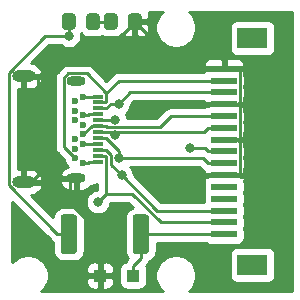
<source format=gbr>
%TF.GenerationSoftware,KiCad,Pcbnew,(5.1.7)-1*%
%TF.CreationDate,2021-02-12T20:28:04+00:00*%
%TF.ProjectId,Small Camera Adapter,536d616c-6c20-4436-916d-657261204164,rev?*%
%TF.SameCoordinates,Original*%
%TF.FileFunction,Copper,L1,Top*%
%TF.FilePolarity,Positive*%
%FSLAX46Y46*%
G04 Gerber Fmt 4.6, Leading zero omitted, Abs format (unit mm)*
G04 Created by KiCad (PCBNEW (5.1.7)-1) date 2021-02-12 20:28:04*
%MOMM*%
%LPD*%
G01*
G04 APERTURE LIST*
%TA.AperFunction,SMDPad,CuDef*%
%ADD10R,2.200000X0.600000*%
%TD*%
%TA.AperFunction,SMDPad,CuDef*%
%ADD11R,2.600000X1.800000*%
%TD*%
%TA.AperFunction,SMDPad,CuDef*%
%ADD12R,1.100000X1.100000*%
%TD*%
%TA.AperFunction,ComponentPad*%
%ADD13O,2.000000X1.000000*%
%TD*%
%TA.AperFunction,ComponentPad*%
%ADD14O,1.600000X0.800000*%
%TD*%
%TA.AperFunction,ComponentPad*%
%ADD15C,0.600000*%
%TD*%
%TA.AperFunction,SMDPad,CuDef*%
%ADD16R,0.900000X0.300000*%
%TD*%
%TA.AperFunction,ViaPad*%
%ADD17C,0.800000*%
%TD*%
%TA.AperFunction,Conductor*%
%ADD18C,0.250000*%
%TD*%
%TA.AperFunction,Conductor*%
%ADD19C,0.254000*%
%TD*%
%TA.AperFunction,Conductor*%
%ADD20C,0.100000*%
%TD*%
G04 APERTURE END LIST*
D10*
%TO.P,J1,5*%
%TO.N,CAMERAGPIO*%
X171100000Y-66000000D03*
%TO.P,J1,4*%
%TO.N,Net-(J1-Pad4)*%
X171100000Y-67000000D03*
%TO.P,J1,6*%
%TO.N,GND*%
X171100000Y-65000000D03*
%TO.P,J1,3*%
%TO.N,CAMERASCL*%
X171100000Y-68000000D03*
D11*
%TO.P,J1,Z2*%
%TO.N,N/C*%
X173500000Y-53400000D03*
%TO.P,J1,Z1*%
X173500000Y-72600000D03*
D10*
%TO.P,J1,2*%
%TO.N,CAMERASDA*%
X171100000Y-69000000D03*
%TO.P,J1,1*%
%TO.N,3.3VProtected*%
X171100000Y-70000000D03*
%TO.P,J1,7*%
%TO.N,CAMERACP*%
X171100000Y-64000000D03*
%TO.P,J1,8*%
%TO.N,CAMERACN*%
X171100000Y-63000000D03*
%TO.P,J1,9*%
%TO.N,GND*%
X171100000Y-62000000D03*
%TO.P,J1,10*%
%TO.N,CAMERADP1*%
X171100000Y-61000000D03*
%TO.P,J1,11*%
%TO.N,CAMERADN1*%
X171100000Y-60000000D03*
%TO.P,J1,12*%
%TO.N,GND*%
X171100000Y-59000000D03*
%TO.P,J1,13*%
%TO.N,CAMERADP0*%
X171100000Y-58000000D03*
%TO.P,J1,14*%
%TO.N,CAMERADN0*%
X171100000Y-57000000D03*
%TO.P,J1,15*%
%TO.N,GND*%
X171100000Y-56000000D03*
%TD*%
%TO.P,D1,1*%
%TO.N,GND*%
%TA.AperFunction,SMDPad,CuDef*%
G36*
G01*
X164125000Y-51549999D02*
X164125000Y-52450001D01*
G75*
G02*
X163875001Y-52700000I-249999J0D01*
G01*
X163224999Y-52700000D01*
G75*
G02*
X162975000Y-52450001I0J249999D01*
G01*
X162975000Y-51549999D01*
G75*
G02*
X163224999Y-51300000I249999J0D01*
G01*
X163875001Y-51300000D01*
G75*
G02*
X164125000Y-51549999I0J-249999D01*
G01*
G37*
%TD.AperFunction*%
%TO.P,D1,2*%
%TO.N,Net-(D1-Pad2)*%
%TA.AperFunction,SMDPad,CuDef*%
G36*
G01*
X162075000Y-51549999D02*
X162075000Y-52450001D01*
G75*
G02*
X161825001Y-52700000I-249999J0D01*
G01*
X161174999Y-52700000D01*
G75*
G02*
X160925000Y-52450001I0J249999D01*
G01*
X160925000Y-51549999D01*
G75*
G02*
X161174999Y-51300000I249999J0D01*
G01*
X161825001Y-51300000D01*
G75*
G02*
X162075000Y-51549999I0J-249999D01*
G01*
G37*
%TD.AperFunction*%
%TD*%
D12*
%TO.P,D2,1*%
%TO.N,3.3VProtected*%
X163400000Y-73500000D03*
%TO.P,D2,2*%
%TO.N,GND*%
X160600000Y-73500000D03*
%TD*%
%TO.P,R1,1*%
%TO.N,3.3VProtected*%
%TA.AperFunction,SMDPad,CuDef*%
G36*
G01*
X164750000Y-68574999D02*
X164750000Y-71425001D01*
G75*
G02*
X164500001Y-71675000I-249999J0D01*
G01*
X163599999Y-71675000D01*
G75*
G02*
X163350000Y-71425001I0J249999D01*
G01*
X163350000Y-68574999D01*
G75*
G02*
X163599999Y-68325000I249999J0D01*
G01*
X164500001Y-68325000D01*
G75*
G02*
X164750000Y-68574999I0J-249999D01*
G01*
G37*
%TD.AperFunction*%
%TO.P,R1,2*%
%TO.N,+3V3*%
%TA.AperFunction,SMDPad,CuDef*%
G36*
G01*
X158650000Y-68574999D02*
X158650000Y-71425001D01*
G75*
G02*
X158400001Y-71675000I-249999J0D01*
G01*
X157499999Y-71675000D01*
G75*
G02*
X157250000Y-71425001I0J249999D01*
G01*
X157250000Y-68574999D01*
G75*
G02*
X157499999Y-68325000I249999J0D01*
G01*
X158400001Y-68325000D01*
G75*
G02*
X158650000Y-68574999I0J-249999D01*
G01*
G37*
%TD.AperFunction*%
%TD*%
%TO.P,R2,1*%
%TO.N,+3V3*%
%TA.AperFunction,SMDPad,CuDef*%
G36*
G01*
X157375000Y-52450001D02*
X157375000Y-51549999D01*
G75*
G02*
X157624999Y-51300000I249999J0D01*
G01*
X158275001Y-51300000D01*
G75*
G02*
X158525000Y-51549999I0J-249999D01*
G01*
X158525000Y-52450001D01*
G75*
G02*
X158275001Y-52700000I-249999J0D01*
G01*
X157624999Y-52700000D01*
G75*
G02*
X157375000Y-52450001I0J249999D01*
G01*
G37*
%TD.AperFunction*%
%TO.P,R2,2*%
%TO.N,Net-(D1-Pad2)*%
%TA.AperFunction,SMDPad,CuDef*%
G36*
G01*
X159425000Y-52450001D02*
X159425000Y-51549999D01*
G75*
G02*
X159674999Y-51300000I249999J0D01*
G01*
X160325001Y-51300000D01*
G75*
G02*
X160575000Y-51549999I0J-249999D01*
G01*
X160575000Y-52450001D01*
G75*
G02*
X160325001Y-52700000I-249999J0D01*
G01*
X159674999Y-52700000D01*
G75*
G02*
X159425000Y-52450001I0J249999D01*
G01*
G37*
%TD.AperFunction*%
%TD*%
D13*
%TO.P,J2,S4*%
%TO.N,GND*%
X154125000Y-65590000D03*
%TO.P,J2,S3*%
X154125000Y-56610000D03*
D14*
%TO.P,J2,S2*%
X158575000Y-65280000D03*
%TO.P,J2,S1*%
X158575000Y-57020000D03*
D15*
%TO.P,J2,B12*%
X159175000Y-58350000D03*
%TO.P,J2,B11*%
%TO.N,CAMERASDA*%
X158475000Y-58750000D03*
%TO.P,J2,B10*%
%TO.N,CAMERASCL*%
X158475000Y-59550000D03*
%TO.P,J2,B9*%
%TO.N,+3V3*%
X159175000Y-59950000D03*
%TO.P,J2,B8*%
%TO.N,CAMERACP*%
X158475000Y-60350000D03*
%TO.P,J2,B7*%
%TO.N,CAMERADP1*%
X159175000Y-60750000D03*
%TO.P,J2,B6*%
%TO.N,CAMERADN1*%
X159175000Y-61550000D03*
%TO.P,J2,B5*%
%TO.N,CAMERACN*%
X158475000Y-61950000D03*
%TO.P,J2,B4*%
%TO.N,+3V3*%
X159175000Y-62350000D03*
%TO.P,J2,B3*%
%TO.N,CAMERADP0*%
X158475000Y-62750000D03*
%TO.P,J2,B2*%
%TO.N,CAMERADN0*%
X158475000Y-63550000D03*
%TO.P,J2,B1*%
%TO.N,GND*%
X159175000Y-63950000D03*
D16*
%TO.P,J2,A12*%
X160385000Y-63850000D03*
%TO.P,J2,A11*%
%TO.N,CAMERASDA*%
X160385000Y-63350000D03*
%TO.P,J2,A10*%
%TO.N,CAMERASCL*%
X160385000Y-62850000D03*
%TO.P,J2,A9*%
%TO.N,+3V3*%
X160385000Y-62350000D03*
%TO.P,J2,A8*%
%TO.N,CAMERACP*%
X160385000Y-61850000D03*
%TO.P,J2,A7*%
%TO.N,CAMERADP1*%
X160385000Y-61350000D03*
%TO.P,J2,A6*%
%TO.N,CAMERADN1*%
X160385000Y-60850000D03*
%TO.P,J2,A5*%
%TO.N,CAMERACN*%
X160385000Y-60350000D03*
%TO.P,J2,A4*%
%TO.N,+3V3*%
X160385000Y-59850000D03*
%TO.P,J2,A3*%
%TO.N,CAMERADP0*%
X160385000Y-59350000D03*
%TO.P,J2,A2*%
%TO.N,CAMERADN0*%
X160385000Y-58850000D03*
%TO.P,J2,A1*%
%TO.N,GND*%
X160385000Y-58350000D03*
%TD*%
D17*
%TO.N,CAMERASCL*%
X162423400Y-65006100D03*
%TO.N,CAMERASDA*%
X160404400Y-67291500D03*
%TO.N,CAMERACP*%
X162174600Y-63530500D03*
%TO.N,CAMERACN*%
X168212500Y-62692400D03*
X161862100Y-60291200D03*
%TO.N,CAMERADP1*%
X161828700Y-61561500D03*
%TO.N,CAMERADP0*%
X162177600Y-58947500D03*
%TO.N,+3V3*%
X157950000Y-53218800D03*
%TD*%
D18*
%TO.N,GND*%
X158050000Y-65280000D02*
X158050000Y-67347300D01*
X158050000Y-67347300D02*
X160600000Y-69897300D01*
X160600000Y-69897300D02*
X160600000Y-73500000D01*
X158050000Y-65280000D02*
X157525000Y-65280000D01*
X158575000Y-65280000D02*
X158050000Y-65280000D01*
X155375000Y-64965000D02*
X154750000Y-65590000D01*
X155375000Y-56610000D02*
X155375000Y-64965000D01*
X155375000Y-64965000D02*
X157210000Y-64965000D01*
X157210000Y-64965000D02*
X157525000Y-65280000D01*
X154125000Y-65590000D02*
X154750000Y-65590000D01*
X160385000Y-63850000D02*
X159685000Y-63850000D01*
X159175000Y-63950000D02*
X159585000Y-63950000D01*
X159585000Y-63950000D02*
X159685000Y-63850000D01*
X155375000Y-56610000D02*
X156339100Y-55645900D01*
X156339100Y-55645900D02*
X159904100Y-55645900D01*
X159904100Y-55645900D02*
X163550000Y-52000000D01*
X163550000Y-52000000D02*
X167550000Y-56000000D01*
X167550000Y-56000000D02*
X169750000Y-56000000D01*
X171100000Y-56000000D02*
X169750000Y-56000000D01*
X154125000Y-56610000D02*
X155375000Y-56610000D01*
X171100000Y-65000000D02*
X172450000Y-65000000D01*
X172425400Y-62000000D02*
X172450000Y-62000000D01*
X171100000Y-62000000D02*
X172425400Y-62000000D01*
X172450000Y-65000000D02*
X172450000Y-62024600D01*
X172450000Y-62024600D02*
X172425400Y-62000000D01*
X172425400Y-59000000D02*
X172450000Y-59000000D01*
X171100000Y-59000000D02*
X172425400Y-59000000D01*
X172450000Y-62000000D02*
X172450000Y-59024600D01*
X172450000Y-59024600D02*
X172425400Y-59000000D01*
X171100000Y-56000000D02*
X172450000Y-56000000D01*
X172450000Y-59000000D02*
X172450000Y-56000000D01*
X160385000Y-58350000D02*
X159175000Y-58350000D01*
%TO.N,Net-(D1-Pad2)*%
X160000000Y-52000000D02*
X161500000Y-52000000D01*
%TO.N,3.3VProtected*%
X163400000Y-73500000D02*
X163400000Y-72700000D01*
X164050000Y-70000000D02*
X164050000Y-72050000D01*
X164050000Y-72050000D02*
X163400000Y-72700000D01*
X164050000Y-70000000D02*
X169750000Y-70000000D01*
X171100000Y-70000000D02*
X169750000Y-70000000D01*
%TO.N,CAMERASCL*%
X171100000Y-68000000D02*
X165417300Y-68000000D01*
X165417300Y-68000000D02*
X162423400Y-65006100D01*
X161085000Y-62850000D02*
X161549300Y-63314300D01*
X161549300Y-63314300D02*
X161549300Y-64132000D01*
X161549300Y-64132000D02*
X162423400Y-65006100D01*
X160385000Y-62850000D02*
X161085000Y-62850000D01*
%TO.N,CAMERASDA*%
X161123900Y-66572000D02*
X163294500Y-66572000D01*
X163294500Y-66572000D02*
X165722500Y-69000000D01*
X165722500Y-69000000D02*
X171100000Y-69000000D01*
X161085000Y-63350000D02*
X161085000Y-66533100D01*
X161085000Y-66533100D02*
X161123900Y-66572000D01*
X161123900Y-66572000D02*
X160404400Y-67291500D01*
X160385000Y-63350000D02*
X161085000Y-63350000D01*
%TO.N,CAMERACP*%
X161085000Y-61850000D02*
X162174600Y-62939600D01*
X162174600Y-62939600D02*
X162174600Y-63530500D01*
X160385000Y-61850000D02*
X161085000Y-61850000D01*
X171100000Y-64000000D02*
X169750000Y-64000000D01*
X162174600Y-63530500D02*
X169280500Y-63530500D01*
X169280500Y-63530500D02*
X169750000Y-64000000D01*
%TO.N,CAMERACN*%
X171100000Y-63000000D02*
X169750000Y-63000000D01*
X168212500Y-62692400D02*
X169442400Y-62692400D01*
X169442400Y-62692400D02*
X169750000Y-63000000D01*
X160385000Y-60350000D02*
X161803300Y-60350000D01*
X161803300Y-60350000D02*
X161862100Y-60291200D01*
%TO.N,CAMERADP1*%
X161828700Y-61350000D02*
X161828700Y-61561500D01*
X161828700Y-61350000D02*
X161085000Y-61350000D01*
X169750000Y-61000000D02*
X169400000Y-61350000D01*
X169400000Y-61350000D02*
X161828700Y-61350000D01*
X160608800Y-61350000D02*
X160385000Y-61350000D01*
X160608800Y-61350000D02*
X161085000Y-61350000D01*
X171100000Y-61000000D02*
X169750000Y-61000000D01*
%TO.N,CAMERADN1*%
X160385000Y-60850000D02*
X161085000Y-60850000D01*
X161085000Y-60850000D02*
X161151600Y-60916600D01*
X161151600Y-60916600D02*
X165667500Y-60916600D01*
X165667500Y-60916600D02*
X166584100Y-60000000D01*
X166584100Y-60000000D02*
X171100000Y-60000000D01*
X159175000Y-61550000D02*
X159875000Y-60850000D01*
X159875000Y-60850000D02*
X160385000Y-60850000D01*
%TO.N,CAMERADP0*%
X162177600Y-58947500D02*
X161487500Y-58947500D01*
X161487500Y-58947500D02*
X161085000Y-59350000D01*
X169750000Y-58000000D02*
X163125100Y-58000000D01*
X163125100Y-58000000D02*
X162177600Y-58947500D01*
X171100000Y-58000000D02*
X169750000Y-58000000D01*
X160385000Y-59350000D02*
X161085000Y-59350000D01*
%TO.N,CAMERADN0*%
X161135000Y-58072700D02*
X161135000Y-58800000D01*
X161135000Y-58800000D02*
X161085000Y-58850000D01*
X158475000Y-63550000D02*
X157507000Y-62582000D01*
X157507000Y-62582000D02*
X157507000Y-56800800D01*
X157507000Y-56800800D02*
X157917900Y-56389900D01*
X157917900Y-56389900D02*
X159452200Y-56389900D01*
X159452200Y-56389900D02*
X161135000Y-58072700D01*
X161135000Y-58072700D02*
X162207700Y-57000000D01*
X162207700Y-57000000D02*
X171100000Y-57000000D01*
X160385000Y-58850000D02*
X161085000Y-58850000D01*
%TO.N,+3V3*%
X157950000Y-53218800D02*
X155971600Y-53218800D01*
X155971600Y-53218800D02*
X152856800Y-56333600D01*
X152856800Y-56333600D02*
X152856800Y-65867500D01*
X152856800Y-65867500D02*
X156989300Y-70000000D01*
X156989300Y-70000000D02*
X157950000Y-70000000D01*
X157950000Y-53218800D02*
X157950000Y-52000000D01*
X160385000Y-59850000D02*
X159685000Y-59850000D01*
X159175000Y-59950000D02*
X159585000Y-59950000D01*
X159585000Y-59950000D02*
X159685000Y-59850000D01*
X160385000Y-62350000D02*
X159175000Y-62350000D01*
%TD*%
D19*
%TO.N,GND*%
X165652337Y-51394002D02*
X165462463Y-51678169D01*
X165331675Y-51993919D01*
X165265000Y-52329117D01*
X165265000Y-52670883D01*
X165331675Y-53006081D01*
X165462463Y-53321831D01*
X165652337Y-53605998D01*
X165894002Y-53847663D01*
X166178169Y-54037537D01*
X166493919Y-54168325D01*
X166829117Y-54235000D01*
X167170883Y-54235000D01*
X167506081Y-54168325D01*
X167821831Y-54037537D01*
X168105998Y-53847663D01*
X168347663Y-53605998D01*
X168537537Y-53321831D01*
X168668325Y-53006081D01*
X168735000Y-52670883D01*
X168735000Y-52500000D01*
X171561928Y-52500000D01*
X171561928Y-54300000D01*
X171574188Y-54424482D01*
X171610498Y-54544180D01*
X171669463Y-54654494D01*
X171748815Y-54751185D01*
X171845506Y-54830537D01*
X171955820Y-54889502D01*
X172075518Y-54925812D01*
X172200000Y-54938072D01*
X174800000Y-54938072D01*
X174924482Y-54925812D01*
X175044180Y-54889502D01*
X175154494Y-54830537D01*
X175251185Y-54751185D01*
X175330537Y-54654494D01*
X175389502Y-54544180D01*
X175425812Y-54424482D01*
X175438072Y-54300000D01*
X175438072Y-52500000D01*
X175425812Y-52375518D01*
X175389502Y-52255820D01*
X175330537Y-52145506D01*
X175251185Y-52048815D01*
X175154494Y-51969463D01*
X175044180Y-51910498D01*
X174924482Y-51874188D01*
X174800000Y-51861928D01*
X172200000Y-51861928D01*
X172075518Y-51874188D01*
X171955820Y-51910498D01*
X171845506Y-51969463D01*
X171748815Y-52048815D01*
X171669463Y-52145506D01*
X171610498Y-52255820D01*
X171574188Y-52375518D01*
X171561928Y-52500000D01*
X168735000Y-52500000D01*
X168735000Y-52329117D01*
X168668325Y-51993919D01*
X168537537Y-51678169D01*
X168347663Y-51394002D01*
X168113661Y-51160000D01*
X176840000Y-51160000D01*
X176840001Y-74840000D01*
X168113661Y-74840000D01*
X168347663Y-74605998D01*
X168537537Y-74321831D01*
X168668325Y-74006081D01*
X168735000Y-73670883D01*
X168735000Y-73329117D01*
X168668325Y-72993919D01*
X168537537Y-72678169D01*
X168347663Y-72394002D01*
X168105998Y-72152337D01*
X167821831Y-71962463D01*
X167506081Y-71831675D01*
X167170883Y-71765000D01*
X166829117Y-71765000D01*
X166493919Y-71831675D01*
X166178169Y-71962463D01*
X165894002Y-72152337D01*
X165652337Y-72394002D01*
X165462463Y-72678169D01*
X165331675Y-72993919D01*
X165265000Y-73329117D01*
X165265000Y-73670883D01*
X165331675Y-74006081D01*
X165462463Y-74321831D01*
X165652337Y-74605998D01*
X165886339Y-74840000D01*
X155613661Y-74840000D01*
X155847663Y-74605998D01*
X156037537Y-74321831D01*
X156150133Y-74050000D01*
X159411928Y-74050000D01*
X159424188Y-74174482D01*
X159460498Y-74294180D01*
X159519463Y-74404494D01*
X159598815Y-74501185D01*
X159695506Y-74580537D01*
X159805820Y-74639502D01*
X159925518Y-74675812D01*
X160050000Y-74688072D01*
X160314250Y-74685000D01*
X160473000Y-74526250D01*
X160473000Y-73627000D01*
X160727000Y-73627000D01*
X160727000Y-74526250D01*
X160885750Y-74685000D01*
X161150000Y-74688072D01*
X161274482Y-74675812D01*
X161394180Y-74639502D01*
X161504494Y-74580537D01*
X161601185Y-74501185D01*
X161680537Y-74404494D01*
X161739502Y-74294180D01*
X161775812Y-74174482D01*
X161788072Y-74050000D01*
X161785000Y-73785750D01*
X161626250Y-73627000D01*
X160727000Y-73627000D01*
X160473000Y-73627000D01*
X159573750Y-73627000D01*
X159415000Y-73785750D01*
X159411928Y-74050000D01*
X156150133Y-74050000D01*
X156168325Y-74006081D01*
X156235000Y-73670883D01*
X156235000Y-73329117D01*
X156168325Y-72993919D01*
X156150134Y-72950000D01*
X159411928Y-72950000D01*
X159415000Y-73214250D01*
X159573750Y-73373000D01*
X160473000Y-73373000D01*
X160473000Y-72473750D01*
X160727000Y-72473750D01*
X160727000Y-73373000D01*
X161626250Y-73373000D01*
X161785000Y-73214250D01*
X161788072Y-72950000D01*
X161775812Y-72825518D01*
X161739502Y-72705820D01*
X161680537Y-72595506D01*
X161601185Y-72498815D01*
X161504494Y-72419463D01*
X161394180Y-72360498D01*
X161274482Y-72324188D01*
X161150000Y-72311928D01*
X160885750Y-72315000D01*
X160727000Y-72473750D01*
X160473000Y-72473750D01*
X160314250Y-72315000D01*
X160050000Y-72311928D01*
X159925518Y-72324188D01*
X159805820Y-72360498D01*
X159695506Y-72419463D01*
X159598815Y-72498815D01*
X159519463Y-72595506D01*
X159460498Y-72705820D01*
X159424188Y-72825518D01*
X159411928Y-72950000D01*
X156150134Y-72950000D01*
X156037537Y-72678169D01*
X155847663Y-72394002D01*
X155605998Y-72152337D01*
X155321831Y-71962463D01*
X155006081Y-71831675D01*
X154670883Y-71765000D01*
X154329117Y-71765000D01*
X153993919Y-71831675D01*
X153678169Y-71962463D01*
X153394002Y-72152337D01*
X153160000Y-72386339D01*
X153160000Y-67245501D01*
X156425501Y-70511003D01*
X156449299Y-70540001D01*
X156478297Y-70563799D01*
X156565024Y-70634974D01*
X156611928Y-70660045D01*
X156611928Y-71425001D01*
X156628992Y-71598255D01*
X156679528Y-71764851D01*
X156761595Y-71918387D01*
X156872038Y-72052962D01*
X157006613Y-72163405D01*
X157160149Y-72245472D01*
X157326745Y-72296008D01*
X157499999Y-72313072D01*
X158400001Y-72313072D01*
X158573255Y-72296008D01*
X158739851Y-72245472D01*
X158893387Y-72163405D01*
X159027962Y-72052962D01*
X159138405Y-71918387D01*
X159220472Y-71764851D01*
X159271008Y-71598255D01*
X159288072Y-71425001D01*
X159288072Y-68574999D01*
X159271008Y-68401745D01*
X159220472Y-68235149D01*
X159138405Y-68081613D01*
X159027962Y-67947038D01*
X158893387Y-67836595D01*
X158739851Y-67754528D01*
X158573255Y-67703992D01*
X158400001Y-67686928D01*
X157499999Y-67686928D01*
X157326745Y-67703992D01*
X157160149Y-67754528D01*
X157006613Y-67836595D01*
X156872038Y-67947038D01*
X156761595Y-68081613D01*
X156679528Y-68235149D01*
X156628992Y-68401745D01*
X156614364Y-68550263D01*
X154782593Y-66718492D01*
X154970987Y-66678415D01*
X155176678Y-66590003D01*
X155361169Y-66463161D01*
X155517369Y-66302764D01*
X155639276Y-66114976D01*
X155719119Y-65891874D01*
X155592954Y-65717000D01*
X154252000Y-65717000D01*
X154252000Y-65737000D01*
X153998000Y-65737000D01*
X153998000Y-65717000D01*
X153978000Y-65717000D01*
X153978000Y-65566123D01*
X157180334Y-65566123D01*
X157243872Y-65749418D01*
X157353342Y-65922052D01*
X157494388Y-66070013D01*
X157661590Y-66187614D01*
X157848522Y-66270336D01*
X158048000Y-66315000D01*
X158448000Y-66315000D01*
X158448000Y-65407000D01*
X157308002Y-65407000D01*
X157180334Y-65566123D01*
X153978000Y-65566123D01*
X153978000Y-65463000D01*
X153998000Y-65463000D01*
X153998000Y-64455000D01*
X154252000Y-64455000D01*
X154252000Y-65463000D01*
X155592954Y-65463000D01*
X155719119Y-65288126D01*
X155639276Y-65065024D01*
X155517369Y-64877236D01*
X155361169Y-64716839D01*
X155176678Y-64589997D01*
X154970987Y-64501585D01*
X154752000Y-64455000D01*
X154252000Y-64455000D01*
X153998000Y-64455000D01*
X153616800Y-64455000D01*
X153616800Y-57745000D01*
X153998000Y-57745000D01*
X153998000Y-56737000D01*
X154252000Y-56737000D01*
X154252000Y-57745000D01*
X154752000Y-57745000D01*
X154970987Y-57698415D01*
X155176678Y-57610003D01*
X155361169Y-57483161D01*
X155517369Y-57322764D01*
X155639276Y-57134976D01*
X155719119Y-56911874D01*
X155638984Y-56800800D01*
X156743324Y-56800800D01*
X156747001Y-56838132D01*
X156747000Y-62544677D01*
X156743324Y-62582000D01*
X156747000Y-62619322D01*
X156747000Y-62619332D01*
X156757997Y-62730985D01*
X156800386Y-62870726D01*
X156801454Y-62874246D01*
X156872026Y-63006276D01*
X156884975Y-63022054D01*
X156966999Y-63122001D01*
X156996002Y-63145804D01*
X157551847Y-63701649D01*
X157575932Y-63822729D01*
X157646414Y-63992889D01*
X157748738Y-64146028D01*
X157878972Y-64276262D01*
X157886353Y-64281194D01*
X157848522Y-64289664D01*
X157661590Y-64372386D01*
X157494388Y-64489987D01*
X157353342Y-64637948D01*
X157243872Y-64810582D01*
X157180334Y-64993877D01*
X157308002Y-65153000D01*
X158448000Y-65153000D01*
X158448000Y-65133000D01*
X158702000Y-65133000D01*
X158702000Y-65153000D01*
X158722000Y-65153000D01*
X158722000Y-65407000D01*
X158702000Y-65407000D01*
X158702000Y-66315000D01*
X159102000Y-66315000D01*
X159301478Y-66270336D01*
X159488410Y-66187614D01*
X159655612Y-66070013D01*
X159796658Y-65922052D01*
X159805196Y-65908588D01*
X159817851Y-65909962D01*
X159827415Y-65909996D01*
X159829684Y-65909988D01*
X159859443Y-65906964D01*
X159889352Y-65907173D01*
X159898870Y-65906240D01*
X159961951Y-65899610D01*
X160022799Y-65887120D01*
X160083747Y-65875494D01*
X160092903Y-65872730D01*
X160153496Y-65853974D01*
X160210735Y-65829913D01*
X160268307Y-65806652D01*
X160276752Y-65802162D01*
X160325001Y-65776073D01*
X160325001Y-66256500D01*
X160302461Y-66256500D01*
X160102502Y-66296274D01*
X159914144Y-66374295D01*
X159744626Y-66487563D01*
X159600463Y-66631726D01*
X159487195Y-66801244D01*
X159409174Y-66989602D01*
X159369400Y-67189561D01*
X159369400Y-67393439D01*
X159409174Y-67593398D01*
X159487195Y-67781756D01*
X159600463Y-67951274D01*
X159744626Y-68095437D01*
X159914144Y-68208705D01*
X160102502Y-68286726D01*
X160302461Y-68326500D01*
X160506339Y-68326500D01*
X160706298Y-68286726D01*
X160894656Y-68208705D01*
X161064174Y-68095437D01*
X161208337Y-67951274D01*
X161321605Y-67781756D01*
X161399626Y-67593398D01*
X161439400Y-67393439D01*
X161439400Y-67332000D01*
X162979699Y-67332000D01*
X163369159Y-67721460D01*
X163260149Y-67754528D01*
X163106613Y-67836595D01*
X162972038Y-67947038D01*
X162861595Y-68081613D01*
X162779528Y-68235149D01*
X162728992Y-68401745D01*
X162711928Y-68574999D01*
X162711928Y-71425001D01*
X162728992Y-71598255D01*
X162779528Y-71764851D01*
X162861595Y-71918387D01*
X162972038Y-72052962D01*
X162972147Y-72053052D01*
X162888998Y-72136201D01*
X162860000Y-72159999D01*
X162836202Y-72188997D01*
X162836201Y-72188998D01*
X162765026Y-72275724D01*
X162739877Y-72322774D01*
X162725518Y-72324188D01*
X162605820Y-72360498D01*
X162495506Y-72419463D01*
X162398815Y-72498815D01*
X162319463Y-72595506D01*
X162260498Y-72705820D01*
X162224188Y-72825518D01*
X162211928Y-72950000D01*
X162211928Y-74050000D01*
X162224188Y-74174482D01*
X162260498Y-74294180D01*
X162319463Y-74404494D01*
X162398815Y-74501185D01*
X162495506Y-74580537D01*
X162605820Y-74639502D01*
X162725518Y-74675812D01*
X162850000Y-74688072D01*
X163950000Y-74688072D01*
X164074482Y-74675812D01*
X164194180Y-74639502D01*
X164304494Y-74580537D01*
X164401185Y-74501185D01*
X164480537Y-74404494D01*
X164539502Y-74294180D01*
X164575812Y-74174482D01*
X164588072Y-74050000D01*
X164588072Y-72950000D01*
X164575812Y-72825518D01*
X164539502Y-72705820D01*
X164514938Y-72659864D01*
X164561002Y-72613800D01*
X164590001Y-72590001D01*
X164684974Y-72474276D01*
X164755546Y-72342247D01*
X164779333Y-72263830D01*
X164839851Y-72245472D01*
X164993387Y-72163405D01*
X165127962Y-72052962D01*
X165238405Y-71918387D01*
X165320472Y-71764851D01*
X165340144Y-71700000D01*
X171561928Y-71700000D01*
X171561928Y-73500000D01*
X171574188Y-73624482D01*
X171610498Y-73744180D01*
X171669463Y-73854494D01*
X171748815Y-73951185D01*
X171845506Y-74030537D01*
X171955820Y-74089502D01*
X172075518Y-74125812D01*
X172200000Y-74138072D01*
X174800000Y-74138072D01*
X174924482Y-74125812D01*
X175044180Y-74089502D01*
X175154494Y-74030537D01*
X175251185Y-73951185D01*
X175330537Y-73854494D01*
X175389502Y-73744180D01*
X175425812Y-73624482D01*
X175438072Y-73500000D01*
X175438072Y-71700000D01*
X175425812Y-71575518D01*
X175389502Y-71455820D01*
X175330537Y-71345506D01*
X175251185Y-71248815D01*
X175154494Y-71169463D01*
X175044180Y-71110498D01*
X174924482Y-71074188D01*
X174800000Y-71061928D01*
X172200000Y-71061928D01*
X172075518Y-71074188D01*
X171955820Y-71110498D01*
X171845506Y-71169463D01*
X171748815Y-71248815D01*
X171669463Y-71345506D01*
X171610498Y-71455820D01*
X171574188Y-71575518D01*
X171561928Y-71700000D01*
X165340144Y-71700000D01*
X165371008Y-71598255D01*
X165388072Y-71425001D01*
X165388072Y-70760000D01*
X169559556Y-70760000D01*
X169645506Y-70830537D01*
X169755820Y-70889502D01*
X169875518Y-70925812D01*
X170000000Y-70938072D01*
X172200000Y-70938072D01*
X172324482Y-70925812D01*
X172444180Y-70889502D01*
X172554494Y-70830537D01*
X172651185Y-70751185D01*
X172730537Y-70654494D01*
X172789502Y-70544180D01*
X172825812Y-70424482D01*
X172838072Y-70300000D01*
X172838072Y-69700000D01*
X172825812Y-69575518D01*
X172802904Y-69500000D01*
X172825812Y-69424482D01*
X172838072Y-69300000D01*
X172838072Y-68700000D01*
X172825812Y-68575518D01*
X172802904Y-68500000D01*
X172825812Y-68424482D01*
X172838072Y-68300000D01*
X172838072Y-67700000D01*
X172825812Y-67575518D01*
X172802904Y-67500000D01*
X172825812Y-67424482D01*
X172838072Y-67300000D01*
X172838072Y-66700000D01*
X172825812Y-66575518D01*
X172802904Y-66500000D01*
X172825812Y-66424482D01*
X172838072Y-66300000D01*
X172838072Y-65700000D01*
X172825812Y-65575518D01*
X172802904Y-65500000D01*
X172825812Y-65424482D01*
X172838072Y-65300000D01*
X172835000Y-65285750D01*
X172676250Y-65127000D01*
X172475053Y-65127000D01*
X172444180Y-65110498D01*
X172324482Y-65074188D01*
X172200000Y-65061928D01*
X170000000Y-65061928D01*
X169875518Y-65074188D01*
X169755820Y-65110498D01*
X169724947Y-65127000D01*
X169523750Y-65127000D01*
X169365000Y-65285750D01*
X169361928Y-65300000D01*
X169374188Y-65424482D01*
X169397096Y-65500000D01*
X169374188Y-65575518D01*
X169361928Y-65700000D01*
X169361928Y-66300000D01*
X169374188Y-66424482D01*
X169397096Y-66500000D01*
X169374188Y-66575518D01*
X169361928Y-66700000D01*
X169361928Y-67240000D01*
X165732102Y-67240000D01*
X163458400Y-64966299D01*
X163458400Y-64904161D01*
X163418626Y-64704202D01*
X163340605Y-64515844D01*
X163227337Y-64346326D01*
X163171511Y-64290500D01*
X168965699Y-64290500D01*
X169186196Y-64510997D01*
X169209999Y-64540001D01*
X169325724Y-64634974D01*
X169366201Y-64656610D01*
X169361928Y-64700000D01*
X169365000Y-64714250D01*
X169523750Y-64873000D01*
X169724947Y-64873000D01*
X169755820Y-64889502D01*
X169875518Y-64925812D01*
X170000000Y-64938072D01*
X172200000Y-64938072D01*
X172324482Y-64925812D01*
X172444180Y-64889502D01*
X172475053Y-64873000D01*
X172676250Y-64873000D01*
X172835000Y-64714250D01*
X172838072Y-64700000D01*
X172825812Y-64575518D01*
X172802904Y-64500000D01*
X172825812Y-64424482D01*
X172838072Y-64300000D01*
X172838072Y-63700000D01*
X172825812Y-63575518D01*
X172802904Y-63500000D01*
X172825812Y-63424482D01*
X172838072Y-63300000D01*
X172838072Y-62700000D01*
X172825812Y-62575518D01*
X172802904Y-62500000D01*
X172825812Y-62424482D01*
X172838072Y-62300000D01*
X172835000Y-62285750D01*
X172676250Y-62127000D01*
X172475053Y-62127000D01*
X172444180Y-62110498D01*
X172324482Y-62074188D01*
X172200000Y-62061928D01*
X170953000Y-62061928D01*
X170953000Y-61938072D01*
X172200000Y-61938072D01*
X172324482Y-61925812D01*
X172444180Y-61889502D01*
X172475053Y-61873000D01*
X172676250Y-61873000D01*
X172835000Y-61714250D01*
X172838072Y-61700000D01*
X172825812Y-61575518D01*
X172802904Y-61500000D01*
X172825812Y-61424482D01*
X172838072Y-61300000D01*
X172838072Y-60700000D01*
X172825812Y-60575518D01*
X172802904Y-60500000D01*
X172825812Y-60424482D01*
X172838072Y-60300000D01*
X172838072Y-59700000D01*
X172825812Y-59575518D01*
X172802904Y-59500000D01*
X172825812Y-59424482D01*
X172838072Y-59300000D01*
X172835000Y-59285750D01*
X172676250Y-59127000D01*
X172475053Y-59127000D01*
X172444180Y-59110498D01*
X172324482Y-59074188D01*
X172200000Y-59061928D01*
X170000000Y-59061928D01*
X169875518Y-59074188D01*
X169755820Y-59110498D01*
X169724947Y-59127000D01*
X169523750Y-59127000D01*
X169410750Y-59240000D01*
X166621422Y-59240000D01*
X166584099Y-59236324D01*
X166546776Y-59240000D01*
X166546767Y-59240000D01*
X166435114Y-59250997D01*
X166320547Y-59285750D01*
X166291853Y-59294454D01*
X166159823Y-59365026D01*
X166085863Y-59425724D01*
X166044099Y-59459999D01*
X166020301Y-59488997D01*
X165352699Y-60156600D01*
X162890603Y-60156600D01*
X162857326Y-59989302D01*
X162779305Y-59800944D01*
X162774359Y-59793542D01*
X162837374Y-59751437D01*
X162981537Y-59607274D01*
X163094805Y-59437756D01*
X163172826Y-59249398D01*
X163212600Y-59049439D01*
X163212600Y-58987302D01*
X163439902Y-58760000D01*
X169410750Y-58760000D01*
X169523750Y-58873000D01*
X169724947Y-58873000D01*
X169755820Y-58889502D01*
X169875518Y-58925812D01*
X170000000Y-58938072D01*
X172200000Y-58938072D01*
X172324482Y-58925812D01*
X172444180Y-58889502D01*
X172475053Y-58873000D01*
X172676250Y-58873000D01*
X172835000Y-58714250D01*
X172838072Y-58700000D01*
X172825812Y-58575518D01*
X172802904Y-58500000D01*
X172825812Y-58424482D01*
X172838072Y-58300000D01*
X172838072Y-57700000D01*
X172825812Y-57575518D01*
X172802904Y-57500000D01*
X172825812Y-57424482D01*
X172838072Y-57300000D01*
X172838072Y-56700000D01*
X172825812Y-56575518D01*
X172802904Y-56500000D01*
X172825812Y-56424482D01*
X172838072Y-56300000D01*
X172835000Y-56285750D01*
X172676250Y-56127000D01*
X172475053Y-56127000D01*
X172444180Y-56110498D01*
X172324482Y-56074188D01*
X172200000Y-56061928D01*
X170000000Y-56061928D01*
X169875518Y-56074188D01*
X169755820Y-56110498D01*
X169724947Y-56127000D01*
X169523750Y-56127000D01*
X169410750Y-56240000D01*
X162245023Y-56240000D01*
X162207700Y-56236324D01*
X162170377Y-56240000D01*
X162170367Y-56240000D01*
X162058714Y-56250997D01*
X161944147Y-56285750D01*
X161915453Y-56294454D01*
X161783423Y-56365026D01*
X161699783Y-56433668D01*
X161667699Y-56459999D01*
X161643901Y-56488997D01*
X161135000Y-56997898D01*
X160016004Y-55878903D01*
X159992201Y-55849899D01*
X159876476Y-55754926D01*
X159773719Y-55700000D01*
X169361928Y-55700000D01*
X169365000Y-55714250D01*
X169523750Y-55873000D01*
X170973000Y-55873000D01*
X170973000Y-55223750D01*
X171227000Y-55223750D01*
X171227000Y-55873000D01*
X172676250Y-55873000D01*
X172835000Y-55714250D01*
X172838072Y-55700000D01*
X172825812Y-55575518D01*
X172789502Y-55455820D01*
X172730537Y-55345506D01*
X172651185Y-55248815D01*
X172554494Y-55169463D01*
X172444180Y-55110498D01*
X172324482Y-55074188D01*
X172200000Y-55061928D01*
X171385750Y-55065000D01*
X171227000Y-55223750D01*
X170973000Y-55223750D01*
X170814250Y-55065000D01*
X170000000Y-55061928D01*
X169875518Y-55074188D01*
X169755820Y-55110498D01*
X169645506Y-55169463D01*
X169548815Y-55248815D01*
X169469463Y-55345506D01*
X169410498Y-55455820D01*
X169374188Y-55575518D01*
X169361928Y-55700000D01*
X159773719Y-55700000D01*
X159744447Y-55684354D01*
X159601186Y-55640897D01*
X159489533Y-55629900D01*
X159489522Y-55629900D01*
X159452200Y-55626224D01*
X159414878Y-55629900D01*
X157955222Y-55629900D01*
X157917899Y-55626224D01*
X157880576Y-55629900D01*
X157880567Y-55629900D01*
X157768914Y-55640897D01*
X157625653Y-55684354D01*
X157493624Y-55754926D01*
X157377899Y-55849899D01*
X157354096Y-55878903D01*
X156995998Y-56237001D01*
X156967000Y-56260799D01*
X156943202Y-56289797D01*
X156943201Y-56289798D01*
X156872026Y-56376524D01*
X156801454Y-56508554D01*
X156781142Y-56575518D01*
X156757998Y-56651814D01*
X156753325Y-56699259D01*
X156743324Y-56800800D01*
X155638984Y-56800800D01*
X155592954Y-56737000D01*
X154252000Y-56737000D01*
X153998000Y-56737000D01*
X153978000Y-56737000D01*
X153978000Y-56483000D01*
X153998000Y-56483000D01*
X153998000Y-56463000D01*
X154252000Y-56463000D01*
X154252000Y-56483000D01*
X155592954Y-56483000D01*
X155719119Y-56308126D01*
X155639276Y-56085024D01*
X155517369Y-55897236D01*
X155361169Y-55736839D01*
X155176678Y-55609997D01*
X154970987Y-55521585D01*
X154783501Y-55481701D01*
X156286403Y-53978800D01*
X157246289Y-53978800D01*
X157290226Y-54022737D01*
X157459744Y-54136005D01*
X157648102Y-54214026D01*
X157848061Y-54253800D01*
X158051939Y-54253800D01*
X158251898Y-54214026D01*
X158440256Y-54136005D01*
X158609774Y-54022737D01*
X158753937Y-53878574D01*
X158867205Y-53709056D01*
X158945226Y-53520698D01*
X158985000Y-53320739D01*
X158985000Y-53116861D01*
X158962767Y-53005089D01*
X158975000Y-52990184D01*
X159047038Y-53077962D01*
X159181613Y-53188405D01*
X159335149Y-53270472D01*
X159501745Y-53321008D01*
X159674999Y-53338072D01*
X160325001Y-53338072D01*
X160498255Y-53321008D01*
X160664851Y-53270472D01*
X160750000Y-53224959D01*
X160835149Y-53270472D01*
X161001745Y-53321008D01*
X161174999Y-53338072D01*
X161825001Y-53338072D01*
X161998255Y-53321008D01*
X162164851Y-53270472D01*
X162318387Y-53188405D01*
X162452962Y-53077962D01*
X162458342Y-53071406D01*
X162523815Y-53151185D01*
X162620506Y-53230537D01*
X162730820Y-53289502D01*
X162850518Y-53325812D01*
X162975000Y-53338072D01*
X163264250Y-53335000D01*
X163423000Y-53176250D01*
X163423000Y-52127000D01*
X163677000Y-52127000D01*
X163677000Y-53176250D01*
X163835750Y-53335000D01*
X164125000Y-53338072D01*
X164249482Y-53325812D01*
X164369180Y-53289502D01*
X164479494Y-53230537D01*
X164576185Y-53151185D01*
X164655537Y-53054494D01*
X164714502Y-52944180D01*
X164750812Y-52824482D01*
X164763072Y-52700000D01*
X164760000Y-52285750D01*
X164601250Y-52127000D01*
X163677000Y-52127000D01*
X163423000Y-52127000D01*
X163403000Y-52127000D01*
X163403000Y-51873000D01*
X163423000Y-51873000D01*
X163423000Y-51853000D01*
X163677000Y-51853000D01*
X163677000Y-51873000D01*
X164601250Y-51873000D01*
X164760000Y-51714250D01*
X164763072Y-51300000D01*
X164750812Y-51175518D01*
X164746105Y-51160000D01*
X165886339Y-51160000D01*
X165652337Y-51394002D01*
%TA.AperFunction,Conductor*%
D20*
G36*
X165652337Y-51394002D02*
G01*
X165462463Y-51678169D01*
X165331675Y-51993919D01*
X165265000Y-52329117D01*
X165265000Y-52670883D01*
X165331675Y-53006081D01*
X165462463Y-53321831D01*
X165652337Y-53605998D01*
X165894002Y-53847663D01*
X166178169Y-54037537D01*
X166493919Y-54168325D01*
X166829117Y-54235000D01*
X167170883Y-54235000D01*
X167506081Y-54168325D01*
X167821831Y-54037537D01*
X168105998Y-53847663D01*
X168347663Y-53605998D01*
X168537537Y-53321831D01*
X168668325Y-53006081D01*
X168735000Y-52670883D01*
X168735000Y-52500000D01*
X171561928Y-52500000D01*
X171561928Y-54300000D01*
X171574188Y-54424482D01*
X171610498Y-54544180D01*
X171669463Y-54654494D01*
X171748815Y-54751185D01*
X171845506Y-54830537D01*
X171955820Y-54889502D01*
X172075518Y-54925812D01*
X172200000Y-54938072D01*
X174800000Y-54938072D01*
X174924482Y-54925812D01*
X175044180Y-54889502D01*
X175154494Y-54830537D01*
X175251185Y-54751185D01*
X175330537Y-54654494D01*
X175389502Y-54544180D01*
X175425812Y-54424482D01*
X175438072Y-54300000D01*
X175438072Y-52500000D01*
X175425812Y-52375518D01*
X175389502Y-52255820D01*
X175330537Y-52145506D01*
X175251185Y-52048815D01*
X175154494Y-51969463D01*
X175044180Y-51910498D01*
X174924482Y-51874188D01*
X174800000Y-51861928D01*
X172200000Y-51861928D01*
X172075518Y-51874188D01*
X171955820Y-51910498D01*
X171845506Y-51969463D01*
X171748815Y-52048815D01*
X171669463Y-52145506D01*
X171610498Y-52255820D01*
X171574188Y-52375518D01*
X171561928Y-52500000D01*
X168735000Y-52500000D01*
X168735000Y-52329117D01*
X168668325Y-51993919D01*
X168537537Y-51678169D01*
X168347663Y-51394002D01*
X168113661Y-51160000D01*
X176840000Y-51160000D01*
X176840001Y-74840000D01*
X168113661Y-74840000D01*
X168347663Y-74605998D01*
X168537537Y-74321831D01*
X168668325Y-74006081D01*
X168735000Y-73670883D01*
X168735000Y-73329117D01*
X168668325Y-72993919D01*
X168537537Y-72678169D01*
X168347663Y-72394002D01*
X168105998Y-72152337D01*
X167821831Y-71962463D01*
X167506081Y-71831675D01*
X167170883Y-71765000D01*
X166829117Y-71765000D01*
X166493919Y-71831675D01*
X166178169Y-71962463D01*
X165894002Y-72152337D01*
X165652337Y-72394002D01*
X165462463Y-72678169D01*
X165331675Y-72993919D01*
X165265000Y-73329117D01*
X165265000Y-73670883D01*
X165331675Y-74006081D01*
X165462463Y-74321831D01*
X165652337Y-74605998D01*
X165886339Y-74840000D01*
X155613661Y-74840000D01*
X155847663Y-74605998D01*
X156037537Y-74321831D01*
X156150133Y-74050000D01*
X159411928Y-74050000D01*
X159424188Y-74174482D01*
X159460498Y-74294180D01*
X159519463Y-74404494D01*
X159598815Y-74501185D01*
X159695506Y-74580537D01*
X159805820Y-74639502D01*
X159925518Y-74675812D01*
X160050000Y-74688072D01*
X160314250Y-74685000D01*
X160473000Y-74526250D01*
X160473000Y-73627000D01*
X160727000Y-73627000D01*
X160727000Y-74526250D01*
X160885750Y-74685000D01*
X161150000Y-74688072D01*
X161274482Y-74675812D01*
X161394180Y-74639502D01*
X161504494Y-74580537D01*
X161601185Y-74501185D01*
X161680537Y-74404494D01*
X161739502Y-74294180D01*
X161775812Y-74174482D01*
X161788072Y-74050000D01*
X161785000Y-73785750D01*
X161626250Y-73627000D01*
X160727000Y-73627000D01*
X160473000Y-73627000D01*
X159573750Y-73627000D01*
X159415000Y-73785750D01*
X159411928Y-74050000D01*
X156150133Y-74050000D01*
X156168325Y-74006081D01*
X156235000Y-73670883D01*
X156235000Y-73329117D01*
X156168325Y-72993919D01*
X156150134Y-72950000D01*
X159411928Y-72950000D01*
X159415000Y-73214250D01*
X159573750Y-73373000D01*
X160473000Y-73373000D01*
X160473000Y-72473750D01*
X160727000Y-72473750D01*
X160727000Y-73373000D01*
X161626250Y-73373000D01*
X161785000Y-73214250D01*
X161788072Y-72950000D01*
X161775812Y-72825518D01*
X161739502Y-72705820D01*
X161680537Y-72595506D01*
X161601185Y-72498815D01*
X161504494Y-72419463D01*
X161394180Y-72360498D01*
X161274482Y-72324188D01*
X161150000Y-72311928D01*
X160885750Y-72315000D01*
X160727000Y-72473750D01*
X160473000Y-72473750D01*
X160314250Y-72315000D01*
X160050000Y-72311928D01*
X159925518Y-72324188D01*
X159805820Y-72360498D01*
X159695506Y-72419463D01*
X159598815Y-72498815D01*
X159519463Y-72595506D01*
X159460498Y-72705820D01*
X159424188Y-72825518D01*
X159411928Y-72950000D01*
X156150134Y-72950000D01*
X156037537Y-72678169D01*
X155847663Y-72394002D01*
X155605998Y-72152337D01*
X155321831Y-71962463D01*
X155006081Y-71831675D01*
X154670883Y-71765000D01*
X154329117Y-71765000D01*
X153993919Y-71831675D01*
X153678169Y-71962463D01*
X153394002Y-72152337D01*
X153160000Y-72386339D01*
X153160000Y-67245501D01*
X156425501Y-70511003D01*
X156449299Y-70540001D01*
X156478297Y-70563799D01*
X156565024Y-70634974D01*
X156611928Y-70660045D01*
X156611928Y-71425001D01*
X156628992Y-71598255D01*
X156679528Y-71764851D01*
X156761595Y-71918387D01*
X156872038Y-72052962D01*
X157006613Y-72163405D01*
X157160149Y-72245472D01*
X157326745Y-72296008D01*
X157499999Y-72313072D01*
X158400001Y-72313072D01*
X158573255Y-72296008D01*
X158739851Y-72245472D01*
X158893387Y-72163405D01*
X159027962Y-72052962D01*
X159138405Y-71918387D01*
X159220472Y-71764851D01*
X159271008Y-71598255D01*
X159288072Y-71425001D01*
X159288072Y-68574999D01*
X159271008Y-68401745D01*
X159220472Y-68235149D01*
X159138405Y-68081613D01*
X159027962Y-67947038D01*
X158893387Y-67836595D01*
X158739851Y-67754528D01*
X158573255Y-67703992D01*
X158400001Y-67686928D01*
X157499999Y-67686928D01*
X157326745Y-67703992D01*
X157160149Y-67754528D01*
X157006613Y-67836595D01*
X156872038Y-67947038D01*
X156761595Y-68081613D01*
X156679528Y-68235149D01*
X156628992Y-68401745D01*
X156614364Y-68550263D01*
X154782593Y-66718492D01*
X154970987Y-66678415D01*
X155176678Y-66590003D01*
X155361169Y-66463161D01*
X155517369Y-66302764D01*
X155639276Y-66114976D01*
X155719119Y-65891874D01*
X155592954Y-65717000D01*
X154252000Y-65717000D01*
X154252000Y-65737000D01*
X153998000Y-65737000D01*
X153998000Y-65717000D01*
X153978000Y-65717000D01*
X153978000Y-65566123D01*
X157180334Y-65566123D01*
X157243872Y-65749418D01*
X157353342Y-65922052D01*
X157494388Y-66070013D01*
X157661590Y-66187614D01*
X157848522Y-66270336D01*
X158048000Y-66315000D01*
X158448000Y-66315000D01*
X158448000Y-65407000D01*
X157308002Y-65407000D01*
X157180334Y-65566123D01*
X153978000Y-65566123D01*
X153978000Y-65463000D01*
X153998000Y-65463000D01*
X153998000Y-64455000D01*
X154252000Y-64455000D01*
X154252000Y-65463000D01*
X155592954Y-65463000D01*
X155719119Y-65288126D01*
X155639276Y-65065024D01*
X155517369Y-64877236D01*
X155361169Y-64716839D01*
X155176678Y-64589997D01*
X154970987Y-64501585D01*
X154752000Y-64455000D01*
X154252000Y-64455000D01*
X153998000Y-64455000D01*
X153616800Y-64455000D01*
X153616800Y-57745000D01*
X153998000Y-57745000D01*
X153998000Y-56737000D01*
X154252000Y-56737000D01*
X154252000Y-57745000D01*
X154752000Y-57745000D01*
X154970987Y-57698415D01*
X155176678Y-57610003D01*
X155361169Y-57483161D01*
X155517369Y-57322764D01*
X155639276Y-57134976D01*
X155719119Y-56911874D01*
X155638984Y-56800800D01*
X156743324Y-56800800D01*
X156747001Y-56838132D01*
X156747000Y-62544677D01*
X156743324Y-62582000D01*
X156747000Y-62619322D01*
X156747000Y-62619332D01*
X156757997Y-62730985D01*
X156800386Y-62870726D01*
X156801454Y-62874246D01*
X156872026Y-63006276D01*
X156884975Y-63022054D01*
X156966999Y-63122001D01*
X156996002Y-63145804D01*
X157551847Y-63701649D01*
X157575932Y-63822729D01*
X157646414Y-63992889D01*
X157748738Y-64146028D01*
X157878972Y-64276262D01*
X157886353Y-64281194D01*
X157848522Y-64289664D01*
X157661590Y-64372386D01*
X157494388Y-64489987D01*
X157353342Y-64637948D01*
X157243872Y-64810582D01*
X157180334Y-64993877D01*
X157308002Y-65153000D01*
X158448000Y-65153000D01*
X158448000Y-65133000D01*
X158702000Y-65133000D01*
X158702000Y-65153000D01*
X158722000Y-65153000D01*
X158722000Y-65407000D01*
X158702000Y-65407000D01*
X158702000Y-66315000D01*
X159102000Y-66315000D01*
X159301478Y-66270336D01*
X159488410Y-66187614D01*
X159655612Y-66070013D01*
X159796658Y-65922052D01*
X159805196Y-65908588D01*
X159817851Y-65909962D01*
X159827415Y-65909996D01*
X159829684Y-65909988D01*
X159859443Y-65906964D01*
X159889352Y-65907173D01*
X159898870Y-65906240D01*
X159961951Y-65899610D01*
X160022799Y-65887120D01*
X160083747Y-65875494D01*
X160092903Y-65872730D01*
X160153496Y-65853974D01*
X160210735Y-65829913D01*
X160268307Y-65806652D01*
X160276752Y-65802162D01*
X160325001Y-65776073D01*
X160325001Y-66256500D01*
X160302461Y-66256500D01*
X160102502Y-66296274D01*
X159914144Y-66374295D01*
X159744626Y-66487563D01*
X159600463Y-66631726D01*
X159487195Y-66801244D01*
X159409174Y-66989602D01*
X159369400Y-67189561D01*
X159369400Y-67393439D01*
X159409174Y-67593398D01*
X159487195Y-67781756D01*
X159600463Y-67951274D01*
X159744626Y-68095437D01*
X159914144Y-68208705D01*
X160102502Y-68286726D01*
X160302461Y-68326500D01*
X160506339Y-68326500D01*
X160706298Y-68286726D01*
X160894656Y-68208705D01*
X161064174Y-68095437D01*
X161208337Y-67951274D01*
X161321605Y-67781756D01*
X161399626Y-67593398D01*
X161439400Y-67393439D01*
X161439400Y-67332000D01*
X162979699Y-67332000D01*
X163369159Y-67721460D01*
X163260149Y-67754528D01*
X163106613Y-67836595D01*
X162972038Y-67947038D01*
X162861595Y-68081613D01*
X162779528Y-68235149D01*
X162728992Y-68401745D01*
X162711928Y-68574999D01*
X162711928Y-71425001D01*
X162728992Y-71598255D01*
X162779528Y-71764851D01*
X162861595Y-71918387D01*
X162972038Y-72052962D01*
X162972147Y-72053052D01*
X162888998Y-72136201D01*
X162860000Y-72159999D01*
X162836202Y-72188997D01*
X162836201Y-72188998D01*
X162765026Y-72275724D01*
X162739877Y-72322774D01*
X162725518Y-72324188D01*
X162605820Y-72360498D01*
X162495506Y-72419463D01*
X162398815Y-72498815D01*
X162319463Y-72595506D01*
X162260498Y-72705820D01*
X162224188Y-72825518D01*
X162211928Y-72950000D01*
X162211928Y-74050000D01*
X162224188Y-74174482D01*
X162260498Y-74294180D01*
X162319463Y-74404494D01*
X162398815Y-74501185D01*
X162495506Y-74580537D01*
X162605820Y-74639502D01*
X162725518Y-74675812D01*
X162850000Y-74688072D01*
X163950000Y-74688072D01*
X164074482Y-74675812D01*
X164194180Y-74639502D01*
X164304494Y-74580537D01*
X164401185Y-74501185D01*
X164480537Y-74404494D01*
X164539502Y-74294180D01*
X164575812Y-74174482D01*
X164588072Y-74050000D01*
X164588072Y-72950000D01*
X164575812Y-72825518D01*
X164539502Y-72705820D01*
X164514938Y-72659864D01*
X164561002Y-72613800D01*
X164590001Y-72590001D01*
X164684974Y-72474276D01*
X164755546Y-72342247D01*
X164779333Y-72263830D01*
X164839851Y-72245472D01*
X164993387Y-72163405D01*
X165127962Y-72052962D01*
X165238405Y-71918387D01*
X165320472Y-71764851D01*
X165340144Y-71700000D01*
X171561928Y-71700000D01*
X171561928Y-73500000D01*
X171574188Y-73624482D01*
X171610498Y-73744180D01*
X171669463Y-73854494D01*
X171748815Y-73951185D01*
X171845506Y-74030537D01*
X171955820Y-74089502D01*
X172075518Y-74125812D01*
X172200000Y-74138072D01*
X174800000Y-74138072D01*
X174924482Y-74125812D01*
X175044180Y-74089502D01*
X175154494Y-74030537D01*
X175251185Y-73951185D01*
X175330537Y-73854494D01*
X175389502Y-73744180D01*
X175425812Y-73624482D01*
X175438072Y-73500000D01*
X175438072Y-71700000D01*
X175425812Y-71575518D01*
X175389502Y-71455820D01*
X175330537Y-71345506D01*
X175251185Y-71248815D01*
X175154494Y-71169463D01*
X175044180Y-71110498D01*
X174924482Y-71074188D01*
X174800000Y-71061928D01*
X172200000Y-71061928D01*
X172075518Y-71074188D01*
X171955820Y-71110498D01*
X171845506Y-71169463D01*
X171748815Y-71248815D01*
X171669463Y-71345506D01*
X171610498Y-71455820D01*
X171574188Y-71575518D01*
X171561928Y-71700000D01*
X165340144Y-71700000D01*
X165371008Y-71598255D01*
X165388072Y-71425001D01*
X165388072Y-70760000D01*
X169559556Y-70760000D01*
X169645506Y-70830537D01*
X169755820Y-70889502D01*
X169875518Y-70925812D01*
X170000000Y-70938072D01*
X172200000Y-70938072D01*
X172324482Y-70925812D01*
X172444180Y-70889502D01*
X172554494Y-70830537D01*
X172651185Y-70751185D01*
X172730537Y-70654494D01*
X172789502Y-70544180D01*
X172825812Y-70424482D01*
X172838072Y-70300000D01*
X172838072Y-69700000D01*
X172825812Y-69575518D01*
X172802904Y-69500000D01*
X172825812Y-69424482D01*
X172838072Y-69300000D01*
X172838072Y-68700000D01*
X172825812Y-68575518D01*
X172802904Y-68500000D01*
X172825812Y-68424482D01*
X172838072Y-68300000D01*
X172838072Y-67700000D01*
X172825812Y-67575518D01*
X172802904Y-67500000D01*
X172825812Y-67424482D01*
X172838072Y-67300000D01*
X172838072Y-66700000D01*
X172825812Y-66575518D01*
X172802904Y-66500000D01*
X172825812Y-66424482D01*
X172838072Y-66300000D01*
X172838072Y-65700000D01*
X172825812Y-65575518D01*
X172802904Y-65500000D01*
X172825812Y-65424482D01*
X172838072Y-65300000D01*
X172835000Y-65285750D01*
X172676250Y-65127000D01*
X172475053Y-65127000D01*
X172444180Y-65110498D01*
X172324482Y-65074188D01*
X172200000Y-65061928D01*
X170000000Y-65061928D01*
X169875518Y-65074188D01*
X169755820Y-65110498D01*
X169724947Y-65127000D01*
X169523750Y-65127000D01*
X169365000Y-65285750D01*
X169361928Y-65300000D01*
X169374188Y-65424482D01*
X169397096Y-65500000D01*
X169374188Y-65575518D01*
X169361928Y-65700000D01*
X169361928Y-66300000D01*
X169374188Y-66424482D01*
X169397096Y-66500000D01*
X169374188Y-66575518D01*
X169361928Y-66700000D01*
X169361928Y-67240000D01*
X165732102Y-67240000D01*
X163458400Y-64966299D01*
X163458400Y-64904161D01*
X163418626Y-64704202D01*
X163340605Y-64515844D01*
X163227337Y-64346326D01*
X163171511Y-64290500D01*
X168965699Y-64290500D01*
X169186196Y-64510997D01*
X169209999Y-64540001D01*
X169325724Y-64634974D01*
X169366201Y-64656610D01*
X169361928Y-64700000D01*
X169365000Y-64714250D01*
X169523750Y-64873000D01*
X169724947Y-64873000D01*
X169755820Y-64889502D01*
X169875518Y-64925812D01*
X170000000Y-64938072D01*
X172200000Y-64938072D01*
X172324482Y-64925812D01*
X172444180Y-64889502D01*
X172475053Y-64873000D01*
X172676250Y-64873000D01*
X172835000Y-64714250D01*
X172838072Y-64700000D01*
X172825812Y-64575518D01*
X172802904Y-64500000D01*
X172825812Y-64424482D01*
X172838072Y-64300000D01*
X172838072Y-63700000D01*
X172825812Y-63575518D01*
X172802904Y-63500000D01*
X172825812Y-63424482D01*
X172838072Y-63300000D01*
X172838072Y-62700000D01*
X172825812Y-62575518D01*
X172802904Y-62500000D01*
X172825812Y-62424482D01*
X172838072Y-62300000D01*
X172835000Y-62285750D01*
X172676250Y-62127000D01*
X172475053Y-62127000D01*
X172444180Y-62110498D01*
X172324482Y-62074188D01*
X172200000Y-62061928D01*
X170953000Y-62061928D01*
X170953000Y-61938072D01*
X172200000Y-61938072D01*
X172324482Y-61925812D01*
X172444180Y-61889502D01*
X172475053Y-61873000D01*
X172676250Y-61873000D01*
X172835000Y-61714250D01*
X172838072Y-61700000D01*
X172825812Y-61575518D01*
X172802904Y-61500000D01*
X172825812Y-61424482D01*
X172838072Y-61300000D01*
X172838072Y-60700000D01*
X172825812Y-60575518D01*
X172802904Y-60500000D01*
X172825812Y-60424482D01*
X172838072Y-60300000D01*
X172838072Y-59700000D01*
X172825812Y-59575518D01*
X172802904Y-59500000D01*
X172825812Y-59424482D01*
X172838072Y-59300000D01*
X172835000Y-59285750D01*
X172676250Y-59127000D01*
X172475053Y-59127000D01*
X172444180Y-59110498D01*
X172324482Y-59074188D01*
X172200000Y-59061928D01*
X170000000Y-59061928D01*
X169875518Y-59074188D01*
X169755820Y-59110498D01*
X169724947Y-59127000D01*
X169523750Y-59127000D01*
X169410750Y-59240000D01*
X166621422Y-59240000D01*
X166584099Y-59236324D01*
X166546776Y-59240000D01*
X166546767Y-59240000D01*
X166435114Y-59250997D01*
X166320547Y-59285750D01*
X166291853Y-59294454D01*
X166159823Y-59365026D01*
X166085863Y-59425724D01*
X166044099Y-59459999D01*
X166020301Y-59488997D01*
X165352699Y-60156600D01*
X162890603Y-60156600D01*
X162857326Y-59989302D01*
X162779305Y-59800944D01*
X162774359Y-59793542D01*
X162837374Y-59751437D01*
X162981537Y-59607274D01*
X163094805Y-59437756D01*
X163172826Y-59249398D01*
X163212600Y-59049439D01*
X163212600Y-58987302D01*
X163439902Y-58760000D01*
X169410750Y-58760000D01*
X169523750Y-58873000D01*
X169724947Y-58873000D01*
X169755820Y-58889502D01*
X169875518Y-58925812D01*
X170000000Y-58938072D01*
X172200000Y-58938072D01*
X172324482Y-58925812D01*
X172444180Y-58889502D01*
X172475053Y-58873000D01*
X172676250Y-58873000D01*
X172835000Y-58714250D01*
X172838072Y-58700000D01*
X172825812Y-58575518D01*
X172802904Y-58500000D01*
X172825812Y-58424482D01*
X172838072Y-58300000D01*
X172838072Y-57700000D01*
X172825812Y-57575518D01*
X172802904Y-57500000D01*
X172825812Y-57424482D01*
X172838072Y-57300000D01*
X172838072Y-56700000D01*
X172825812Y-56575518D01*
X172802904Y-56500000D01*
X172825812Y-56424482D01*
X172838072Y-56300000D01*
X172835000Y-56285750D01*
X172676250Y-56127000D01*
X172475053Y-56127000D01*
X172444180Y-56110498D01*
X172324482Y-56074188D01*
X172200000Y-56061928D01*
X170000000Y-56061928D01*
X169875518Y-56074188D01*
X169755820Y-56110498D01*
X169724947Y-56127000D01*
X169523750Y-56127000D01*
X169410750Y-56240000D01*
X162245023Y-56240000D01*
X162207700Y-56236324D01*
X162170377Y-56240000D01*
X162170367Y-56240000D01*
X162058714Y-56250997D01*
X161944147Y-56285750D01*
X161915453Y-56294454D01*
X161783423Y-56365026D01*
X161699783Y-56433668D01*
X161667699Y-56459999D01*
X161643901Y-56488997D01*
X161135000Y-56997898D01*
X160016004Y-55878903D01*
X159992201Y-55849899D01*
X159876476Y-55754926D01*
X159773719Y-55700000D01*
X169361928Y-55700000D01*
X169365000Y-55714250D01*
X169523750Y-55873000D01*
X170973000Y-55873000D01*
X170973000Y-55223750D01*
X171227000Y-55223750D01*
X171227000Y-55873000D01*
X172676250Y-55873000D01*
X172835000Y-55714250D01*
X172838072Y-55700000D01*
X172825812Y-55575518D01*
X172789502Y-55455820D01*
X172730537Y-55345506D01*
X172651185Y-55248815D01*
X172554494Y-55169463D01*
X172444180Y-55110498D01*
X172324482Y-55074188D01*
X172200000Y-55061928D01*
X171385750Y-55065000D01*
X171227000Y-55223750D01*
X170973000Y-55223750D01*
X170814250Y-55065000D01*
X170000000Y-55061928D01*
X169875518Y-55074188D01*
X169755820Y-55110498D01*
X169645506Y-55169463D01*
X169548815Y-55248815D01*
X169469463Y-55345506D01*
X169410498Y-55455820D01*
X169374188Y-55575518D01*
X169361928Y-55700000D01*
X159773719Y-55700000D01*
X159744447Y-55684354D01*
X159601186Y-55640897D01*
X159489533Y-55629900D01*
X159489522Y-55629900D01*
X159452200Y-55626224D01*
X159414878Y-55629900D01*
X157955222Y-55629900D01*
X157917899Y-55626224D01*
X157880576Y-55629900D01*
X157880567Y-55629900D01*
X157768914Y-55640897D01*
X157625653Y-55684354D01*
X157493624Y-55754926D01*
X157377899Y-55849899D01*
X157354096Y-55878903D01*
X156995998Y-56237001D01*
X156967000Y-56260799D01*
X156943202Y-56289797D01*
X156943201Y-56289798D01*
X156872026Y-56376524D01*
X156801454Y-56508554D01*
X156781142Y-56575518D01*
X156757998Y-56651814D01*
X156753325Y-56699259D01*
X156743324Y-56800800D01*
X155638984Y-56800800D01*
X155592954Y-56737000D01*
X154252000Y-56737000D01*
X153998000Y-56737000D01*
X153978000Y-56737000D01*
X153978000Y-56483000D01*
X153998000Y-56483000D01*
X153998000Y-56463000D01*
X154252000Y-56463000D01*
X154252000Y-56483000D01*
X155592954Y-56483000D01*
X155719119Y-56308126D01*
X155639276Y-56085024D01*
X155517369Y-55897236D01*
X155361169Y-55736839D01*
X155176678Y-55609997D01*
X154970987Y-55521585D01*
X154783501Y-55481701D01*
X156286403Y-53978800D01*
X157246289Y-53978800D01*
X157290226Y-54022737D01*
X157459744Y-54136005D01*
X157648102Y-54214026D01*
X157848061Y-54253800D01*
X158051939Y-54253800D01*
X158251898Y-54214026D01*
X158440256Y-54136005D01*
X158609774Y-54022737D01*
X158753937Y-53878574D01*
X158867205Y-53709056D01*
X158945226Y-53520698D01*
X158985000Y-53320739D01*
X158985000Y-53116861D01*
X158962767Y-53005089D01*
X158975000Y-52990184D01*
X159047038Y-53077962D01*
X159181613Y-53188405D01*
X159335149Y-53270472D01*
X159501745Y-53321008D01*
X159674999Y-53338072D01*
X160325001Y-53338072D01*
X160498255Y-53321008D01*
X160664851Y-53270472D01*
X160750000Y-53224959D01*
X160835149Y-53270472D01*
X161001745Y-53321008D01*
X161174999Y-53338072D01*
X161825001Y-53338072D01*
X161998255Y-53321008D01*
X162164851Y-53270472D01*
X162318387Y-53188405D01*
X162452962Y-53077962D01*
X162458342Y-53071406D01*
X162523815Y-53151185D01*
X162620506Y-53230537D01*
X162730820Y-53289502D01*
X162850518Y-53325812D01*
X162975000Y-53338072D01*
X163264250Y-53335000D01*
X163423000Y-53176250D01*
X163423000Y-52127000D01*
X163677000Y-52127000D01*
X163677000Y-53176250D01*
X163835750Y-53335000D01*
X164125000Y-53338072D01*
X164249482Y-53325812D01*
X164369180Y-53289502D01*
X164479494Y-53230537D01*
X164576185Y-53151185D01*
X164655537Y-53054494D01*
X164714502Y-52944180D01*
X164750812Y-52824482D01*
X164763072Y-52700000D01*
X164760000Y-52285750D01*
X164601250Y-52127000D01*
X163677000Y-52127000D01*
X163423000Y-52127000D01*
X163403000Y-52127000D01*
X163403000Y-51873000D01*
X163423000Y-51873000D01*
X163423000Y-51853000D01*
X163677000Y-51853000D01*
X163677000Y-51873000D01*
X164601250Y-51873000D01*
X164760000Y-51714250D01*
X164763072Y-51300000D01*
X164750812Y-51175518D01*
X164746105Y-51160000D01*
X165886339Y-51160000D01*
X165652337Y-51394002D01*
G37*
%TD.AperFunction*%
%TD*%
M02*

</source>
